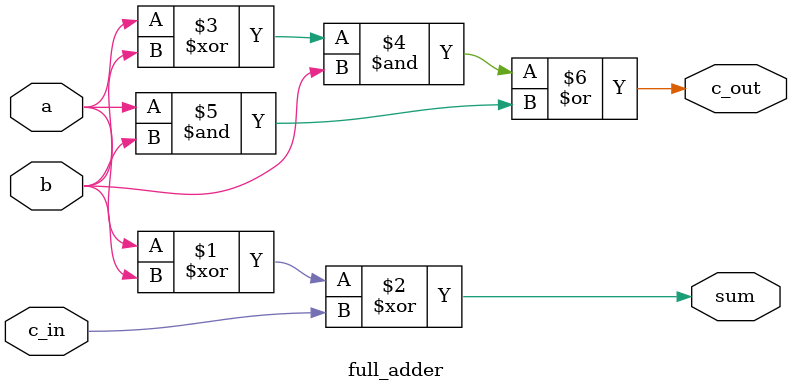
<source format=v>
module full_adder (
    input a,
    input b,
    input c_in,
    output sum,
    output c_out
);

assign sum = a ^ b ^ c_in;
assign c_out = (a ^ b) & b | (a & b);

    
endmodule
</source>
